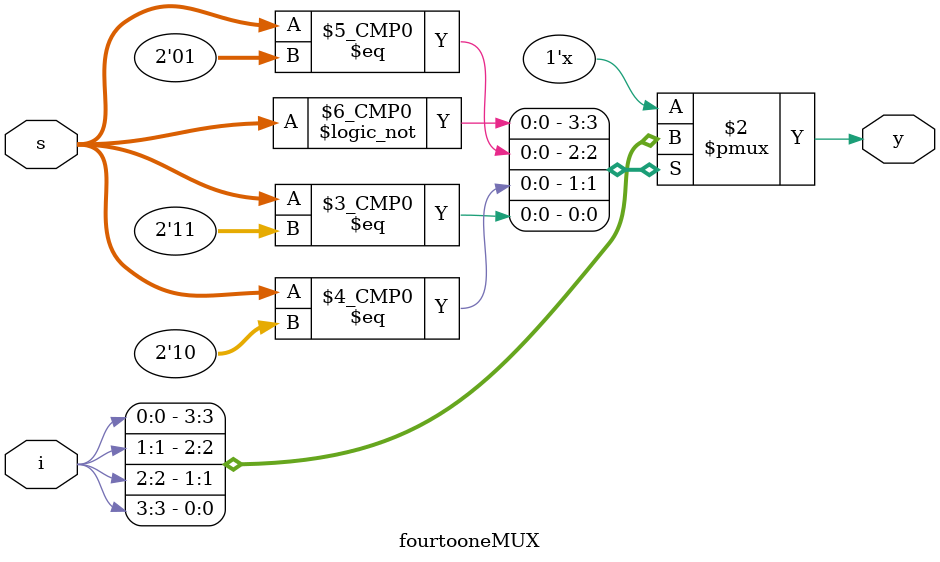
<source format=v>
module fourtooneMUX(y,i,s);
    input [3:0]i;
    input [1:0]s;
    output reg y;

    always @(*) begin
       case(s)
       2'b00: y=i[0]; 
       2'b01: y=i[1]; 
       2'b10: y=i[2]; 
       2'b11: y=i[3];
       default: y=i[0]; 
       endcase
    end
endmodule
</source>
